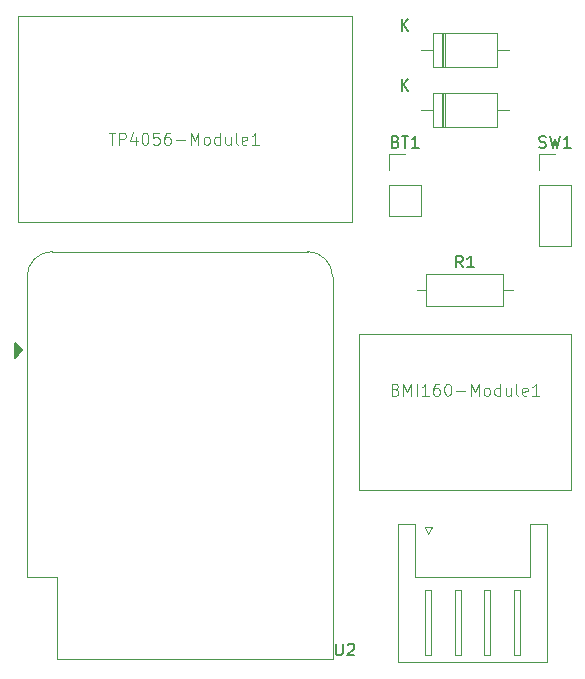
<source format=gbr>
%TF.GenerationSoftware,KiCad,Pcbnew,7.0.9*%
%TF.CreationDate,2024-01-03T14:20:43+09:00*%
%TF.ProjectId,SlimeVR_Tracker,536c696d-6556-4525-9f54-7261636b6572,rev?*%
%TF.SameCoordinates,Original*%
%TF.FileFunction,Legend,Top*%
%TF.FilePolarity,Positive*%
%FSLAX46Y46*%
G04 Gerber Fmt 4.6, Leading zero omitted, Abs format (unit mm)*
G04 Created by KiCad (PCBNEW 7.0.9) date 2024-01-03 14:20:43*
%MOMM*%
%LPD*%
G01*
G04 APERTURE LIST*
%ADD10C,0.100000*%
%ADD11C,0.150000*%
%ADD12C,0.120000*%
G04 APERTURE END LIST*
D10*
X94290238Y-34947419D02*
X94861666Y-34947419D01*
X94575952Y-35947419D02*
X94575952Y-34947419D01*
X95195000Y-35947419D02*
X95195000Y-34947419D01*
X95195000Y-34947419D02*
X95575952Y-34947419D01*
X95575952Y-34947419D02*
X95671190Y-34995038D01*
X95671190Y-34995038D02*
X95718809Y-35042657D01*
X95718809Y-35042657D02*
X95766428Y-35137895D01*
X95766428Y-35137895D02*
X95766428Y-35280752D01*
X95766428Y-35280752D02*
X95718809Y-35375990D01*
X95718809Y-35375990D02*
X95671190Y-35423609D01*
X95671190Y-35423609D02*
X95575952Y-35471228D01*
X95575952Y-35471228D02*
X95195000Y-35471228D01*
X96623571Y-35280752D02*
X96623571Y-35947419D01*
X96385476Y-34899800D02*
X96147381Y-35614085D01*
X96147381Y-35614085D02*
X96766428Y-35614085D01*
X97337857Y-34947419D02*
X97433095Y-34947419D01*
X97433095Y-34947419D02*
X97528333Y-34995038D01*
X97528333Y-34995038D02*
X97575952Y-35042657D01*
X97575952Y-35042657D02*
X97623571Y-35137895D01*
X97623571Y-35137895D02*
X97671190Y-35328371D01*
X97671190Y-35328371D02*
X97671190Y-35566466D01*
X97671190Y-35566466D02*
X97623571Y-35756942D01*
X97623571Y-35756942D02*
X97575952Y-35852180D01*
X97575952Y-35852180D02*
X97528333Y-35899800D01*
X97528333Y-35899800D02*
X97433095Y-35947419D01*
X97433095Y-35947419D02*
X97337857Y-35947419D01*
X97337857Y-35947419D02*
X97242619Y-35899800D01*
X97242619Y-35899800D02*
X97195000Y-35852180D01*
X97195000Y-35852180D02*
X97147381Y-35756942D01*
X97147381Y-35756942D02*
X97099762Y-35566466D01*
X97099762Y-35566466D02*
X97099762Y-35328371D01*
X97099762Y-35328371D02*
X97147381Y-35137895D01*
X97147381Y-35137895D02*
X97195000Y-35042657D01*
X97195000Y-35042657D02*
X97242619Y-34995038D01*
X97242619Y-34995038D02*
X97337857Y-34947419D01*
X98575952Y-34947419D02*
X98099762Y-34947419D01*
X98099762Y-34947419D02*
X98052143Y-35423609D01*
X98052143Y-35423609D02*
X98099762Y-35375990D01*
X98099762Y-35375990D02*
X98195000Y-35328371D01*
X98195000Y-35328371D02*
X98433095Y-35328371D01*
X98433095Y-35328371D02*
X98528333Y-35375990D01*
X98528333Y-35375990D02*
X98575952Y-35423609D01*
X98575952Y-35423609D02*
X98623571Y-35518847D01*
X98623571Y-35518847D02*
X98623571Y-35756942D01*
X98623571Y-35756942D02*
X98575952Y-35852180D01*
X98575952Y-35852180D02*
X98528333Y-35899800D01*
X98528333Y-35899800D02*
X98433095Y-35947419D01*
X98433095Y-35947419D02*
X98195000Y-35947419D01*
X98195000Y-35947419D02*
X98099762Y-35899800D01*
X98099762Y-35899800D02*
X98052143Y-35852180D01*
X99480714Y-34947419D02*
X99290238Y-34947419D01*
X99290238Y-34947419D02*
X99195000Y-34995038D01*
X99195000Y-34995038D02*
X99147381Y-35042657D01*
X99147381Y-35042657D02*
X99052143Y-35185514D01*
X99052143Y-35185514D02*
X99004524Y-35375990D01*
X99004524Y-35375990D02*
X99004524Y-35756942D01*
X99004524Y-35756942D02*
X99052143Y-35852180D01*
X99052143Y-35852180D02*
X99099762Y-35899800D01*
X99099762Y-35899800D02*
X99195000Y-35947419D01*
X99195000Y-35947419D02*
X99385476Y-35947419D01*
X99385476Y-35947419D02*
X99480714Y-35899800D01*
X99480714Y-35899800D02*
X99528333Y-35852180D01*
X99528333Y-35852180D02*
X99575952Y-35756942D01*
X99575952Y-35756942D02*
X99575952Y-35518847D01*
X99575952Y-35518847D02*
X99528333Y-35423609D01*
X99528333Y-35423609D02*
X99480714Y-35375990D01*
X99480714Y-35375990D02*
X99385476Y-35328371D01*
X99385476Y-35328371D02*
X99195000Y-35328371D01*
X99195000Y-35328371D02*
X99099762Y-35375990D01*
X99099762Y-35375990D02*
X99052143Y-35423609D01*
X99052143Y-35423609D02*
X99004524Y-35518847D01*
X100004524Y-35566466D02*
X100766429Y-35566466D01*
X101242619Y-35947419D02*
X101242619Y-34947419D01*
X101242619Y-34947419D02*
X101575952Y-35661704D01*
X101575952Y-35661704D02*
X101909285Y-34947419D01*
X101909285Y-34947419D02*
X101909285Y-35947419D01*
X102528333Y-35947419D02*
X102433095Y-35899800D01*
X102433095Y-35899800D02*
X102385476Y-35852180D01*
X102385476Y-35852180D02*
X102337857Y-35756942D01*
X102337857Y-35756942D02*
X102337857Y-35471228D01*
X102337857Y-35471228D02*
X102385476Y-35375990D01*
X102385476Y-35375990D02*
X102433095Y-35328371D01*
X102433095Y-35328371D02*
X102528333Y-35280752D01*
X102528333Y-35280752D02*
X102671190Y-35280752D01*
X102671190Y-35280752D02*
X102766428Y-35328371D01*
X102766428Y-35328371D02*
X102814047Y-35375990D01*
X102814047Y-35375990D02*
X102861666Y-35471228D01*
X102861666Y-35471228D02*
X102861666Y-35756942D01*
X102861666Y-35756942D02*
X102814047Y-35852180D01*
X102814047Y-35852180D02*
X102766428Y-35899800D01*
X102766428Y-35899800D02*
X102671190Y-35947419D01*
X102671190Y-35947419D02*
X102528333Y-35947419D01*
X103718809Y-35947419D02*
X103718809Y-34947419D01*
X103718809Y-35899800D02*
X103623571Y-35947419D01*
X103623571Y-35947419D02*
X103433095Y-35947419D01*
X103433095Y-35947419D02*
X103337857Y-35899800D01*
X103337857Y-35899800D02*
X103290238Y-35852180D01*
X103290238Y-35852180D02*
X103242619Y-35756942D01*
X103242619Y-35756942D02*
X103242619Y-35471228D01*
X103242619Y-35471228D02*
X103290238Y-35375990D01*
X103290238Y-35375990D02*
X103337857Y-35328371D01*
X103337857Y-35328371D02*
X103433095Y-35280752D01*
X103433095Y-35280752D02*
X103623571Y-35280752D01*
X103623571Y-35280752D02*
X103718809Y-35328371D01*
X104623571Y-35280752D02*
X104623571Y-35947419D01*
X104195000Y-35280752D02*
X104195000Y-35804561D01*
X104195000Y-35804561D02*
X104242619Y-35899800D01*
X104242619Y-35899800D02*
X104337857Y-35947419D01*
X104337857Y-35947419D02*
X104480714Y-35947419D01*
X104480714Y-35947419D02*
X104575952Y-35899800D01*
X104575952Y-35899800D02*
X104623571Y-35852180D01*
X105242619Y-35947419D02*
X105147381Y-35899800D01*
X105147381Y-35899800D02*
X105099762Y-35804561D01*
X105099762Y-35804561D02*
X105099762Y-34947419D01*
X106004524Y-35899800D02*
X105909286Y-35947419D01*
X105909286Y-35947419D02*
X105718810Y-35947419D01*
X105718810Y-35947419D02*
X105623572Y-35899800D01*
X105623572Y-35899800D02*
X105575953Y-35804561D01*
X105575953Y-35804561D02*
X105575953Y-35423609D01*
X105575953Y-35423609D02*
X105623572Y-35328371D01*
X105623572Y-35328371D02*
X105718810Y-35280752D01*
X105718810Y-35280752D02*
X105909286Y-35280752D01*
X105909286Y-35280752D02*
X106004524Y-35328371D01*
X106004524Y-35328371D02*
X106052143Y-35423609D01*
X106052143Y-35423609D02*
X106052143Y-35518847D01*
X106052143Y-35518847D02*
X105575953Y-35614085D01*
X107004524Y-35947419D02*
X106433096Y-35947419D01*
X106718810Y-35947419D02*
X106718810Y-34947419D01*
X106718810Y-34947419D02*
X106623572Y-35090276D01*
X106623572Y-35090276D02*
X106528334Y-35185514D01*
X106528334Y-35185514D02*
X106433096Y-35233133D01*
D11*
X113538095Y-78194819D02*
X113538095Y-79004342D01*
X113538095Y-79004342D02*
X113585714Y-79099580D01*
X113585714Y-79099580D02*
X113633333Y-79147200D01*
X113633333Y-79147200D02*
X113728571Y-79194819D01*
X113728571Y-79194819D02*
X113919047Y-79194819D01*
X113919047Y-79194819D02*
X114014285Y-79147200D01*
X114014285Y-79147200D02*
X114061904Y-79099580D01*
X114061904Y-79099580D02*
X114109523Y-79004342D01*
X114109523Y-79004342D02*
X114109523Y-78194819D01*
X114538095Y-78290057D02*
X114585714Y-78242438D01*
X114585714Y-78242438D02*
X114680952Y-78194819D01*
X114680952Y-78194819D02*
X114919047Y-78194819D01*
X114919047Y-78194819D02*
X115014285Y-78242438D01*
X115014285Y-78242438D02*
X115061904Y-78290057D01*
X115061904Y-78290057D02*
X115109523Y-78385295D01*
X115109523Y-78385295D02*
X115109523Y-78480533D01*
X115109523Y-78480533D02*
X115061904Y-78623390D01*
X115061904Y-78623390D02*
X114490476Y-79194819D01*
X114490476Y-79194819D02*
X115109523Y-79194819D01*
X130746667Y-36177200D02*
X130889524Y-36224819D01*
X130889524Y-36224819D02*
X131127619Y-36224819D01*
X131127619Y-36224819D02*
X131222857Y-36177200D01*
X131222857Y-36177200D02*
X131270476Y-36129580D01*
X131270476Y-36129580D02*
X131318095Y-36034342D01*
X131318095Y-36034342D02*
X131318095Y-35939104D01*
X131318095Y-35939104D02*
X131270476Y-35843866D01*
X131270476Y-35843866D02*
X131222857Y-35796247D01*
X131222857Y-35796247D02*
X131127619Y-35748628D01*
X131127619Y-35748628D02*
X130937143Y-35701009D01*
X130937143Y-35701009D02*
X130841905Y-35653390D01*
X130841905Y-35653390D02*
X130794286Y-35605771D01*
X130794286Y-35605771D02*
X130746667Y-35510533D01*
X130746667Y-35510533D02*
X130746667Y-35415295D01*
X130746667Y-35415295D02*
X130794286Y-35320057D01*
X130794286Y-35320057D02*
X130841905Y-35272438D01*
X130841905Y-35272438D02*
X130937143Y-35224819D01*
X130937143Y-35224819D02*
X131175238Y-35224819D01*
X131175238Y-35224819D02*
X131318095Y-35272438D01*
X131651429Y-35224819D02*
X131889524Y-36224819D01*
X131889524Y-36224819D02*
X132080000Y-35510533D01*
X132080000Y-35510533D02*
X132270476Y-36224819D01*
X132270476Y-36224819D02*
X132508572Y-35224819D01*
X133413333Y-36224819D02*
X132841905Y-36224819D01*
X133127619Y-36224819D02*
X133127619Y-35224819D01*
X133127619Y-35224819D02*
X133032381Y-35367676D01*
X133032381Y-35367676D02*
X132937143Y-35462914D01*
X132937143Y-35462914D02*
X132841905Y-35510533D01*
X118594285Y-35701009D02*
X118737142Y-35748628D01*
X118737142Y-35748628D02*
X118784761Y-35796247D01*
X118784761Y-35796247D02*
X118832380Y-35891485D01*
X118832380Y-35891485D02*
X118832380Y-36034342D01*
X118832380Y-36034342D02*
X118784761Y-36129580D01*
X118784761Y-36129580D02*
X118737142Y-36177200D01*
X118737142Y-36177200D02*
X118641904Y-36224819D01*
X118641904Y-36224819D02*
X118260952Y-36224819D01*
X118260952Y-36224819D02*
X118260952Y-35224819D01*
X118260952Y-35224819D02*
X118594285Y-35224819D01*
X118594285Y-35224819D02*
X118689523Y-35272438D01*
X118689523Y-35272438D02*
X118737142Y-35320057D01*
X118737142Y-35320057D02*
X118784761Y-35415295D01*
X118784761Y-35415295D02*
X118784761Y-35510533D01*
X118784761Y-35510533D02*
X118737142Y-35605771D01*
X118737142Y-35605771D02*
X118689523Y-35653390D01*
X118689523Y-35653390D02*
X118594285Y-35701009D01*
X118594285Y-35701009D02*
X118260952Y-35701009D01*
X119118095Y-35224819D02*
X119689523Y-35224819D01*
X119403809Y-36224819D02*
X119403809Y-35224819D01*
X120546666Y-36224819D02*
X119975238Y-36224819D01*
X120260952Y-36224819D02*
X120260952Y-35224819D01*
X120260952Y-35224819D02*
X120165714Y-35367676D01*
X120165714Y-35367676D02*
X120070476Y-35462914D01*
X120070476Y-35462914D02*
X119975238Y-35510533D01*
X124293333Y-46344819D02*
X123960000Y-45868628D01*
X123721905Y-46344819D02*
X123721905Y-45344819D01*
X123721905Y-45344819D02*
X124102857Y-45344819D01*
X124102857Y-45344819D02*
X124198095Y-45392438D01*
X124198095Y-45392438D02*
X124245714Y-45440057D01*
X124245714Y-45440057D02*
X124293333Y-45535295D01*
X124293333Y-45535295D02*
X124293333Y-45678152D01*
X124293333Y-45678152D02*
X124245714Y-45773390D01*
X124245714Y-45773390D02*
X124198095Y-45821009D01*
X124198095Y-45821009D02*
X124102857Y-45868628D01*
X124102857Y-45868628D02*
X123721905Y-45868628D01*
X125245714Y-46344819D02*
X124674286Y-46344819D01*
X124960000Y-46344819D02*
X124960000Y-45344819D01*
X124960000Y-45344819D02*
X124864762Y-45487676D01*
X124864762Y-45487676D02*
X124769524Y-45582914D01*
X124769524Y-45582914D02*
X124674286Y-45630533D01*
X119118095Y-26294819D02*
X119118095Y-25294819D01*
X119689523Y-26294819D02*
X119260952Y-25723390D01*
X119689523Y-25294819D02*
X119118095Y-25866247D01*
X119118095Y-31374819D02*
X119118095Y-30374819D01*
X119689523Y-31374819D02*
X119260952Y-30803390D01*
X119689523Y-30374819D02*
X119118095Y-30946247D01*
D10*
X118589047Y-56678609D02*
X118731904Y-56726228D01*
X118731904Y-56726228D02*
X118779523Y-56773847D01*
X118779523Y-56773847D02*
X118827142Y-56869085D01*
X118827142Y-56869085D02*
X118827142Y-57011942D01*
X118827142Y-57011942D02*
X118779523Y-57107180D01*
X118779523Y-57107180D02*
X118731904Y-57154800D01*
X118731904Y-57154800D02*
X118636666Y-57202419D01*
X118636666Y-57202419D02*
X118255714Y-57202419D01*
X118255714Y-57202419D02*
X118255714Y-56202419D01*
X118255714Y-56202419D02*
X118589047Y-56202419D01*
X118589047Y-56202419D02*
X118684285Y-56250038D01*
X118684285Y-56250038D02*
X118731904Y-56297657D01*
X118731904Y-56297657D02*
X118779523Y-56392895D01*
X118779523Y-56392895D02*
X118779523Y-56488133D01*
X118779523Y-56488133D02*
X118731904Y-56583371D01*
X118731904Y-56583371D02*
X118684285Y-56630990D01*
X118684285Y-56630990D02*
X118589047Y-56678609D01*
X118589047Y-56678609D02*
X118255714Y-56678609D01*
X119255714Y-57202419D02*
X119255714Y-56202419D01*
X119255714Y-56202419D02*
X119589047Y-56916704D01*
X119589047Y-56916704D02*
X119922380Y-56202419D01*
X119922380Y-56202419D02*
X119922380Y-57202419D01*
X120398571Y-57202419D02*
X120398571Y-56202419D01*
X121398570Y-57202419D02*
X120827142Y-57202419D01*
X121112856Y-57202419D02*
X121112856Y-56202419D01*
X121112856Y-56202419D02*
X121017618Y-56345276D01*
X121017618Y-56345276D02*
X120922380Y-56440514D01*
X120922380Y-56440514D02*
X120827142Y-56488133D01*
X122255713Y-56202419D02*
X122065237Y-56202419D01*
X122065237Y-56202419D02*
X121969999Y-56250038D01*
X121969999Y-56250038D02*
X121922380Y-56297657D01*
X121922380Y-56297657D02*
X121827142Y-56440514D01*
X121827142Y-56440514D02*
X121779523Y-56630990D01*
X121779523Y-56630990D02*
X121779523Y-57011942D01*
X121779523Y-57011942D02*
X121827142Y-57107180D01*
X121827142Y-57107180D02*
X121874761Y-57154800D01*
X121874761Y-57154800D02*
X121969999Y-57202419D01*
X121969999Y-57202419D02*
X122160475Y-57202419D01*
X122160475Y-57202419D02*
X122255713Y-57154800D01*
X122255713Y-57154800D02*
X122303332Y-57107180D01*
X122303332Y-57107180D02*
X122350951Y-57011942D01*
X122350951Y-57011942D02*
X122350951Y-56773847D01*
X122350951Y-56773847D02*
X122303332Y-56678609D01*
X122303332Y-56678609D02*
X122255713Y-56630990D01*
X122255713Y-56630990D02*
X122160475Y-56583371D01*
X122160475Y-56583371D02*
X121969999Y-56583371D01*
X121969999Y-56583371D02*
X121874761Y-56630990D01*
X121874761Y-56630990D02*
X121827142Y-56678609D01*
X121827142Y-56678609D02*
X121779523Y-56773847D01*
X122969999Y-56202419D02*
X123065237Y-56202419D01*
X123065237Y-56202419D02*
X123160475Y-56250038D01*
X123160475Y-56250038D02*
X123208094Y-56297657D01*
X123208094Y-56297657D02*
X123255713Y-56392895D01*
X123255713Y-56392895D02*
X123303332Y-56583371D01*
X123303332Y-56583371D02*
X123303332Y-56821466D01*
X123303332Y-56821466D02*
X123255713Y-57011942D01*
X123255713Y-57011942D02*
X123208094Y-57107180D01*
X123208094Y-57107180D02*
X123160475Y-57154800D01*
X123160475Y-57154800D02*
X123065237Y-57202419D01*
X123065237Y-57202419D02*
X122969999Y-57202419D01*
X122969999Y-57202419D02*
X122874761Y-57154800D01*
X122874761Y-57154800D02*
X122827142Y-57107180D01*
X122827142Y-57107180D02*
X122779523Y-57011942D01*
X122779523Y-57011942D02*
X122731904Y-56821466D01*
X122731904Y-56821466D02*
X122731904Y-56583371D01*
X122731904Y-56583371D02*
X122779523Y-56392895D01*
X122779523Y-56392895D02*
X122827142Y-56297657D01*
X122827142Y-56297657D02*
X122874761Y-56250038D01*
X122874761Y-56250038D02*
X122969999Y-56202419D01*
X123731904Y-56821466D02*
X124493809Y-56821466D01*
X124969999Y-57202419D02*
X124969999Y-56202419D01*
X124969999Y-56202419D02*
X125303332Y-56916704D01*
X125303332Y-56916704D02*
X125636665Y-56202419D01*
X125636665Y-56202419D02*
X125636665Y-57202419D01*
X126255713Y-57202419D02*
X126160475Y-57154800D01*
X126160475Y-57154800D02*
X126112856Y-57107180D01*
X126112856Y-57107180D02*
X126065237Y-57011942D01*
X126065237Y-57011942D02*
X126065237Y-56726228D01*
X126065237Y-56726228D02*
X126112856Y-56630990D01*
X126112856Y-56630990D02*
X126160475Y-56583371D01*
X126160475Y-56583371D02*
X126255713Y-56535752D01*
X126255713Y-56535752D02*
X126398570Y-56535752D01*
X126398570Y-56535752D02*
X126493808Y-56583371D01*
X126493808Y-56583371D02*
X126541427Y-56630990D01*
X126541427Y-56630990D02*
X126589046Y-56726228D01*
X126589046Y-56726228D02*
X126589046Y-57011942D01*
X126589046Y-57011942D02*
X126541427Y-57107180D01*
X126541427Y-57107180D02*
X126493808Y-57154800D01*
X126493808Y-57154800D02*
X126398570Y-57202419D01*
X126398570Y-57202419D02*
X126255713Y-57202419D01*
X127446189Y-57202419D02*
X127446189Y-56202419D01*
X127446189Y-57154800D02*
X127350951Y-57202419D01*
X127350951Y-57202419D02*
X127160475Y-57202419D01*
X127160475Y-57202419D02*
X127065237Y-57154800D01*
X127065237Y-57154800D02*
X127017618Y-57107180D01*
X127017618Y-57107180D02*
X126969999Y-57011942D01*
X126969999Y-57011942D02*
X126969999Y-56726228D01*
X126969999Y-56726228D02*
X127017618Y-56630990D01*
X127017618Y-56630990D02*
X127065237Y-56583371D01*
X127065237Y-56583371D02*
X127160475Y-56535752D01*
X127160475Y-56535752D02*
X127350951Y-56535752D01*
X127350951Y-56535752D02*
X127446189Y-56583371D01*
X128350951Y-56535752D02*
X128350951Y-57202419D01*
X127922380Y-56535752D02*
X127922380Y-57059561D01*
X127922380Y-57059561D02*
X127969999Y-57154800D01*
X127969999Y-57154800D02*
X128065237Y-57202419D01*
X128065237Y-57202419D02*
X128208094Y-57202419D01*
X128208094Y-57202419D02*
X128303332Y-57154800D01*
X128303332Y-57154800D02*
X128350951Y-57107180D01*
X128969999Y-57202419D02*
X128874761Y-57154800D01*
X128874761Y-57154800D02*
X128827142Y-57059561D01*
X128827142Y-57059561D02*
X128827142Y-56202419D01*
X129731904Y-57154800D02*
X129636666Y-57202419D01*
X129636666Y-57202419D02*
X129446190Y-57202419D01*
X129446190Y-57202419D02*
X129350952Y-57154800D01*
X129350952Y-57154800D02*
X129303333Y-57059561D01*
X129303333Y-57059561D02*
X129303333Y-56678609D01*
X129303333Y-56678609D02*
X129350952Y-56583371D01*
X129350952Y-56583371D02*
X129446190Y-56535752D01*
X129446190Y-56535752D02*
X129636666Y-56535752D01*
X129636666Y-56535752D02*
X129731904Y-56583371D01*
X129731904Y-56583371D02*
X129779523Y-56678609D01*
X129779523Y-56678609D02*
X129779523Y-56773847D01*
X129779523Y-56773847D02*
X129303333Y-56869085D01*
X130731904Y-57202419D02*
X130160476Y-57202419D01*
X130446190Y-57202419D02*
X130446190Y-56202419D01*
X130446190Y-56202419D02*
X130350952Y-56345276D01*
X130350952Y-56345276D02*
X130255714Y-56440514D01*
X130255714Y-56440514D02*
X130160476Y-56488133D01*
%TO.C,TP4056-Module1*%
X86600000Y-25070000D02*
X114900000Y-25070000D01*
X114900000Y-25070000D02*
X114900000Y-42470000D01*
X114900000Y-42470000D02*
X86600000Y-42470000D01*
X86600000Y-42470000D02*
X86600000Y-25070000D01*
D12*
%TO.C,J2*%
X126600000Y-73650000D02*
X126100000Y-73650000D01*
X121600000Y-73650000D02*
X121100000Y-73650000D01*
X126100000Y-73650000D02*
X126100000Y-79150000D01*
X121050000Y-68350000D02*
X121650000Y-68350000D01*
X125100000Y-79760000D02*
X118790000Y-79760000D01*
X129100000Y-73650000D02*
X128600000Y-73650000D01*
X121650000Y-68350000D02*
X121350000Y-68950000D01*
X120210000Y-68040000D02*
X120210000Y-72540000D01*
X124100000Y-73650000D02*
X123600000Y-73650000D01*
X129990000Y-72540000D02*
X125100000Y-72540000D01*
X131410000Y-68040000D02*
X129990000Y-68040000D01*
X121100000Y-79150000D02*
X121600000Y-79150000D01*
X129990000Y-68040000D02*
X129990000Y-72540000D01*
X124100000Y-79150000D02*
X124100000Y-73650000D01*
X121350000Y-68950000D02*
X121050000Y-68350000D01*
X128600000Y-79150000D02*
X129100000Y-79150000D01*
X123600000Y-79150000D02*
X124100000Y-79150000D01*
X125100000Y-79760000D02*
X131410000Y-79760000D01*
X121100000Y-73650000D02*
X121100000Y-79150000D01*
X121600000Y-79150000D02*
X121600000Y-73650000D01*
X118790000Y-68040000D02*
X120210000Y-68040000D01*
X131410000Y-79760000D02*
X131410000Y-68040000D01*
X123600000Y-73650000D02*
X123600000Y-79150000D01*
X129100000Y-79150000D02*
X129100000Y-73650000D01*
X118790000Y-79760000D02*
X118790000Y-68040000D01*
X120210000Y-72540000D02*
X125100000Y-72540000D01*
X128600000Y-73650000D02*
X128600000Y-79150000D01*
X126100000Y-79150000D02*
X126600000Y-79150000D01*
X126600000Y-79150000D02*
X126600000Y-73650000D01*
%TO.C,U2*%
X87400000Y-72560000D02*
X89940000Y-72560000D01*
X89940000Y-72560000D02*
X89940000Y-79460000D01*
X89940000Y-79460000D02*
X113260000Y-79460000D01*
X87400000Y-72560000D02*
X87400000Y-47130000D01*
X111140000Y-45000000D02*
X89530000Y-45000000D01*
X113260000Y-79460000D02*
X113260000Y-47130000D01*
X113260000Y-47130000D02*
G75*
G03*
X111130000Y-45000000I-2130000J0D01*
G01*
X89530000Y-45000000D02*
G75*
G03*
X87400000Y-47130000I2J-2130002D01*
G01*
D11*
X86995000Y-53340000D02*
X86360000Y-53975000D01*
X86360000Y-52705000D01*
X86995000Y-53340000D01*
G36*
X86995000Y-53340000D02*
G01*
X86360000Y-53975000D01*
X86360000Y-52705000D01*
X86995000Y-53340000D01*
G37*
D12*
%TO.C,SW1*%
X130750000Y-44510000D02*
X133410000Y-44510000D01*
X130750000Y-39370000D02*
X130750000Y-44510000D01*
X130750000Y-38100000D02*
X130750000Y-36770000D01*
X133410000Y-39370000D02*
X133410000Y-44510000D01*
X130750000Y-36770000D02*
X132080000Y-36770000D01*
X130750000Y-39370000D02*
X133410000Y-39370000D01*
%TO.C,BT1*%
X118050000Y-38100000D02*
X118050000Y-36770000D01*
X118050000Y-41970000D02*
X120710000Y-41970000D01*
X118050000Y-39370000D02*
X118050000Y-41970000D01*
X118050000Y-39370000D02*
X120710000Y-39370000D01*
X118050000Y-36770000D02*
X119380000Y-36770000D01*
X120710000Y-39370000D02*
X120710000Y-41970000D01*
%TO.C,R1*%
X128500000Y-48260000D02*
X127730000Y-48260000D01*
X120420000Y-48260000D02*
X121190000Y-48260000D01*
X121190000Y-46890000D02*
X121190000Y-49630000D01*
X127730000Y-49630000D02*
X127730000Y-46890000D01*
X121190000Y-49630000D02*
X127730000Y-49630000D01*
X127730000Y-46890000D02*
X121190000Y-46890000D01*
%TO.C,D2*%
X122640000Y-26470000D02*
X122640000Y-29410000D01*
X122760000Y-26470000D02*
X122760000Y-29410000D01*
X121740000Y-29410000D02*
X127180000Y-29410000D01*
X128200000Y-27940000D02*
X127180000Y-27940000D01*
X121740000Y-26470000D02*
X121740000Y-29410000D01*
X122520000Y-26470000D02*
X122520000Y-29410000D01*
X127180000Y-29410000D02*
X127180000Y-26470000D01*
X120720000Y-27940000D02*
X121740000Y-27940000D01*
X127180000Y-26470000D02*
X121740000Y-26470000D01*
%TO.C,D1*%
X122640000Y-31550000D02*
X122640000Y-34490000D01*
X122760000Y-31550000D02*
X122760000Y-34490000D01*
X121740000Y-34490000D02*
X127180000Y-34490000D01*
X128200000Y-33020000D02*
X127180000Y-33020000D01*
X121740000Y-31550000D02*
X121740000Y-34490000D01*
X122520000Y-31550000D02*
X122520000Y-34490000D01*
X127180000Y-34490000D02*
X127180000Y-31550000D01*
X120720000Y-33020000D02*
X121740000Y-33020000D01*
X127180000Y-31550000D02*
X121740000Y-31550000D01*
D10*
%TO.C,BMI160-Module1*%
X115505000Y-51965000D02*
X133455000Y-51965000D01*
X133455000Y-51965000D02*
X133455000Y-65215000D01*
X133455000Y-65215000D02*
X115505000Y-65215000D01*
X115505000Y-65215000D02*
X115505000Y-51965000D01*
%TD*%
M02*

</source>
